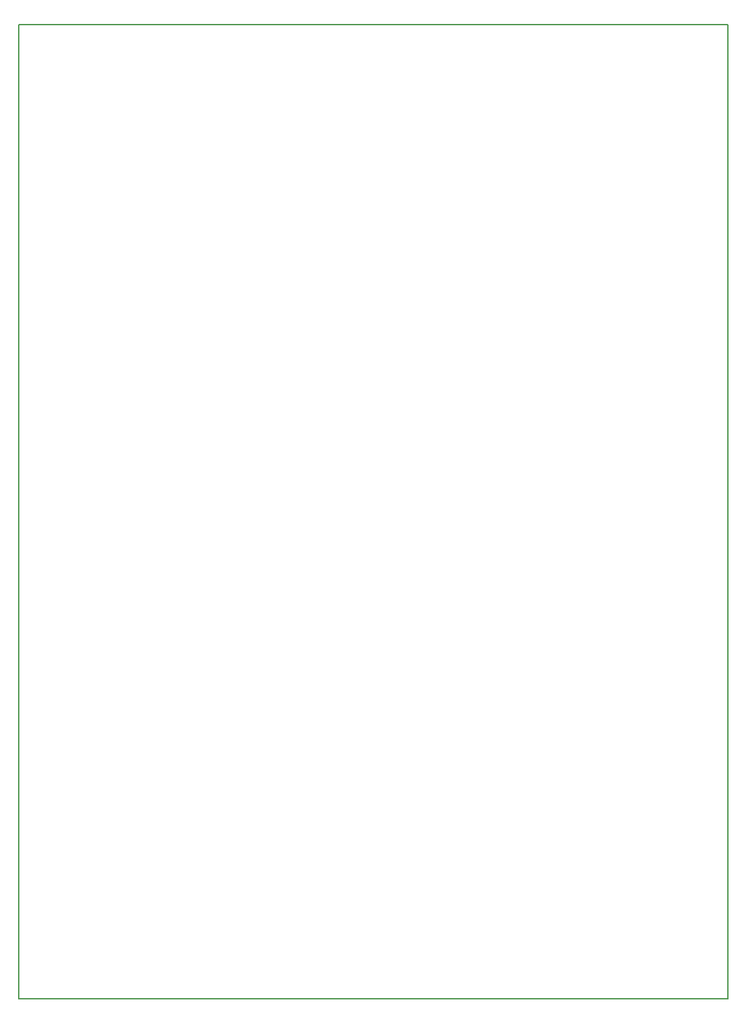
<source format=gbr>
G04 #@! TF.FileFunction,Profile,NP*
%FSLAX46Y46*%
G04 Gerber Fmt 4.6, Leading zero omitted, Abs format (unit mm)*
G04 Created by KiCad (PCBNEW 4.0.7) date 05/11/18 09:16:20*
%MOMM*%
%LPD*%
G01*
G04 APERTURE LIST*
%ADD10C,0.100000*%
%ADD11C,0.200000*%
G04 APERTURE END LIST*
D10*
D11*
X2600000Y-127500000D02*
X4600000Y-127500000D01*
X100000Y-127500000D02*
X2600000Y-127500000D01*
X100000Y-100000D02*
X100000Y-127500000D01*
X92900000Y-100000D02*
X100000Y-100000D01*
X92900000Y-400000D02*
X92900000Y-100000D01*
X92900000Y-127500000D02*
X92900000Y-400000D01*
X2500000Y-127500000D02*
X92900000Y-127500000D01*
M02*

</source>
